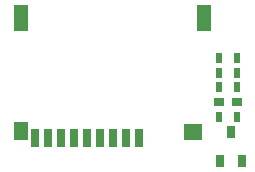
<source format=gbp>
%FSLAX46Y46*%
%MOMM*%
%AMPS13*
21,1,0.700000,1.600000,0.000000,0.000000,180.000000*
%
%ADD13PS13*%
%AMPS12*
21,1,0.800000,0.750000,0.000000,0.000000,180.000000*
%
%ADD12PS12*%
%AMPS10*
21,1,0.500000,0.900000,0.000000,0.000000,360.000000*
%
%ADD10PS10*%
%AMPS14*
21,1,1.200000,2.200000,0.000000,0.000000,180.000000*
%
%ADD14PS14*%
%AMPS16*
21,1,1.600000,1.400000,0.000000,0.000000,180.000000*
%
%ADD16PS16*%
%AMPS15*
21,1,1.200000,1.600000,0.000000,0.000000,180.000000*
%
%ADD15PS15*%
%AMPS11*
21,1,0.700000,1.000000,0.000000,0.000000,180.000000*
%
%ADD11PS11*%
G01*
G01*
%LPD*%
G75*
D10*
X18000000Y6750000D03*
D10*
X16500000Y6750000D03*
D11*
X17500000Y5450000D03*
D11*
X18450000Y3050000D03*
D11*
X16550000Y3050000D03*
D10*
X18000000Y11750000D03*
D10*
X16500000Y11750000D03*
D12*
X18000000Y8000000D03*
D12*
X16500000Y8000000D03*
D10*
X18000000Y10500000D03*
D10*
X16500000Y10500000D03*
D13*
X4200000Y5000000D03*
D14*
X-300000Y15099998D03*
D13*
X7500000Y5000000D03*
D14*
X15200000Y15099998D03*
D13*
X8600000Y5000000D03*
D13*
X900000Y5000000D03*
D13*
X5300000Y5000000D03*
D15*
X-300000Y5600000D03*
D13*
X2000000Y5000000D03*
D13*
X6400000Y5000000D03*
D13*
X9700000Y5000000D03*
D16*
X14300004Y5499998D03*
D13*
X3100000Y5000000D03*
D10*
X18000000Y9250000D03*
D10*
X16500000Y9250000D03*
M02*

</source>
